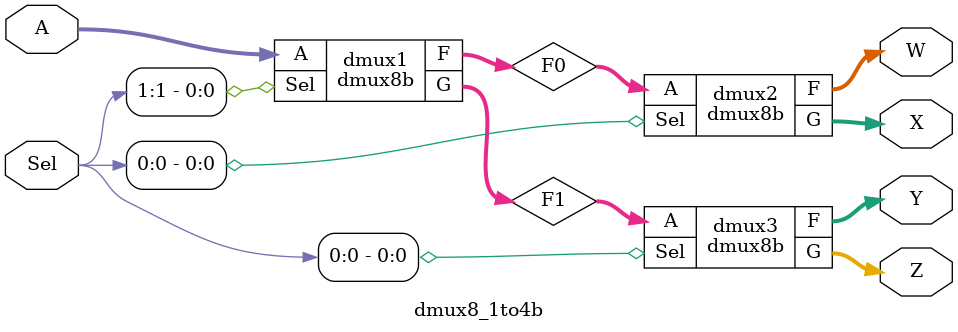
<source format=v>
`timescale 1ps/1ps

module dmux8b(
    output wire [7:0] F, G,
    input wire [7:0] A,
    input wire Sel
);

    wire [7:0] Sel8, Sel8n;

    assign Sel8 = {Sel, Sel, Sel, Sel, Sel, Sel, Sel, Sel};
    not8bit inv(Sel8n, Sel8);

    and8b andF(F, A, Sel8n);
    and8b andG(G, A, Sel8);

endmodule

module dmux8_1to4b(
    output wire [7:0] W, X, Y, Z,
    input wire [7:0] A,
    input wire [1:0] Sel
);

    wire [7:0] F0, F1;

    dmux8b dmux1(F0, F1, A, Sel[1]);
    dmux8b dmux2(W, X, F0, Sel[0]);
    dmux8b dmux3(Y, Z, F1, Sel[0]);

endmodule
</source>
